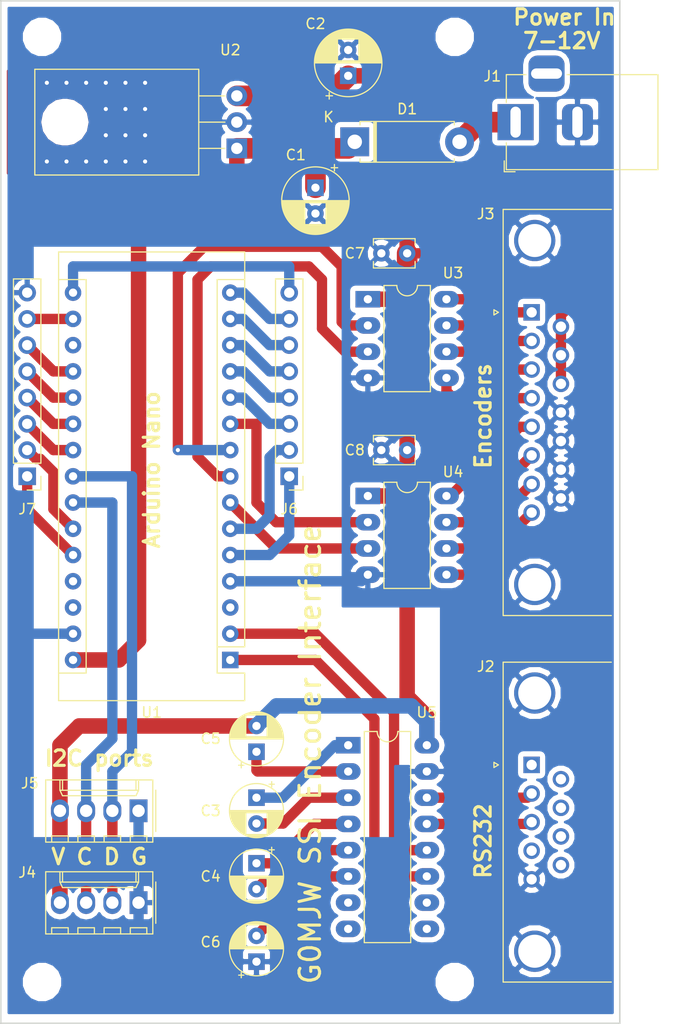
<source format=kicad_pcb>
(kicad_pcb (version 20171130) (host pcbnew "(5.0.0)")
  (layers (0 F.Cu signal) (31 B.Cu signal) (34 B.Paste user) (35 F.Paste user) (36 B.SilkS user) (37 F.SilkS user) (38 B.Mask user) (39 F.Mask user) (44 Edge.Cuts user))
  (net 0 "")
  (net 1 GND)
  (net 2 "Net-(C1-Pad1)")
  (net 3 +5V)
  (net 4 "Net-(C3-Pad1)")
  (net 5 "Net-(C3-Pad2)")
  (net 6 "Net-(C4-Pad2)")
  (net 7 "Net-(C4-Pad1)")
  (net 8 "Net-(C5-Pad1)")
  (net 9 "Net-(C6-Pad2)")
  (net 10 "Net-(D1-Pad2)")
  (net 11 "Net-(J2-Pad1)")
  (net 12 "Net-(J2-Pad2)")
  (net 13 "Net-(J2-Pad3)")
  (net 14 "Net-(J2-Pad4)")
  (net 15 "Net-(J2-Pad6)")
  (net 16 "Net-(J2-Pad7)")
  (net 17 "Net-(J2-Pad8)")
  (net 18 "Net-(J2-Pad9)")
  (net 19 "Net-(J3-Pad3)")
  (net 20 "Net-(J3-Pad6)")
  (net 21 "Net-(J3-Pad7)")
  (net 22 "Net-(J3-Pad8)")
  (net 23 "Net-(J4-Pad3)")
  (net 24 "Net-(U1-Pad1)")
  (net 25 "Net-(U1-Pad2)")
  (net 26 "Net-(U1-Pad18)")
  (net 27 "Net-(U1-Pad3)")
  (net 28 "Net-(U1-Pad7)")
  (net 29 "Net-(U1-Pad8)")
  (net 30 "Net-(U1-Pad9)")
  (net 31 "Net-(U1-Pad10)")
  (net 32 "Net-(U1-Pad27)")
  (net 33 "Net-(U1-Pad28)")
  (net 34 "Net-(U5-Pad9)")
  (net 35 "Net-(U5-Pad10)")
  (net 36 "Net-(U5-Pad7)")
  (net 37 "Net-(U5-Pad8)")
  (net 38 "Net-(J3-Pad1)")
  (net 39 "Net-(J3-Pad2)")
  (net 40 "Net-(J3-Pad4)")
  (net 41 "Net-(J3-Pad5)")
  (net 42 "Net-(J4-Pad2)")
  (net 43 "Net-(J6-Pad8)")
  (net 44 "Net-(J6-Pad7)")
  (net 45 "Net-(J6-Pad6)")
  (net 46 "Net-(J6-Pad5)")
  (net 47 "Net-(J6-Pad4)")
  (net 48 "Net-(J6-Pad3)")
  (net 49 "Net-(J6-Pad2)")
  (net 50 "Net-(J6-Pad1)")
  (net 51 "Net-(J7-Pad1)")
  (net 52 "Net-(J7-Pad2)")
  (net 53 "Net-(J7-Pad3)")
  (net 54 "Net-(J7-Pad4)")
  (net 55 "Net-(J7-Pad5)")
  (net 56 "Net-(J7-Pad6)")
  (net 57 "Net-(J7-Pad7)")
  (module MountingHole:MountingHole_2.7mm_M2.5 (layer F.Cu) (at 204 115)
    (fp_text reference REF** hide)
    (fp_text value MountingHole_2.7mm_M2.5)
    (pad 1 np_thru_hole circle (at 0 0) (size 2.7 2.7) (drill 2.7) (layers *.Cu *.Mask))
  )
  (module MountingHole:MountingHole_2.7mm_M2.5 (layer F.Cu) (at 204 23.495)
    (fp_text reference REF** hide)
    (fp_text value MountingHole_2.7mm_M2.5)
    (pad 1 np_thru_hole circle (at 0 0) (size 2.7 2.7) (drill 2.7) (layers *.Cu *.Mask))
  )
  (module MountingHole:MountingHole_2.7mm_M2.5 (layer F.Cu) (at 164 115)
    (fp_text reference REF** hide)
    (fp_text value MountingHole_2.7mm_M2.5)
    (pad 1 np_thru_hole circle (at 0 0) (size 2.7 2.7) (drill 2.7) (layers *.Cu *.Mask))
  )
  (module MountingHole:MountingHole_2.7mm_M2.5 (layer F.Cu) (at 164 23.495)
    (fp_text reference REF** hide)
    (fp_text value MountingHole_2.7mm_M2.5)
    (pad 1 np_thru_hole circle (at 0 0) (size 2.7 2.7) (drill 2.7) (layers *.Cu *.Mask))
  )
  (module Diode_THT:D_5W_P10.16mm_Horizontal (layer F.Cu) (at 194.31 33.655)
    (fp_text reference D1 (at 5.08 -3.175) (layer F.SilkS))
    (fp_text value 1N4001)
    (fp_text user K (at -2.54 -2.4) (layer F.SilkS))
    (pad 1 thru_hole rect (at 0 0) (size 2.8 2.8) (drill 1.4) (layers *.Cu *.Mask) (net 2 "Net-(C1-Pad1)"))
    (pad 2 thru_hole oval (at 10.16 0) (size 2.8 2.8) (drill 1.4) (layers *.Cu *.Mask) (net 10 "Net-(D1-Pad2)"))
  )
  (module Capacitor_THT:CP_Radial_D6.3mm_P2.50mm (layer F.Cu) (at 190.5 38.1 270)
    (fp_text reference C1 (at -3.175 1.905) (layer F.SilkS))
    (fp_text value 10uF)
    (pad 2 thru_hole circle (at 2.5 0 270) (size 1.6 1.6) (drill 0.8) (layers *.Cu *.Mask) (net 1 GND))
    (pad 1 thru_hole rect (at 0 0 270) (size 1.6 1.6) (drill 0.8) (layers *.Cu *.Mask) (net 2 "Net-(C1-Pad1)"))
  )
  (module Capacitor_THT:CP_Radial_D6.3mm_P2.50mm (layer F.Cu) (at 193.675 27.265 90)
    (fp_text reference C2 (at 5.04 -3.175 180) (layer F.SilkS))
    (fp_text value 10uF)
    (pad 1 thru_hole rect (at 0 0 90) (size 1.6 1.6) (drill 0.8) (layers *.Cu *.Mask) (net 3 +5V))
    (pad 2 thru_hole circle (at 2.5 0 90) (size 1.6 1.6) (drill 0.8) (layers *.Cu *.Mask) (net 1 GND))
  )
  (module Capacitor_THT:CP_Radial_D5.0mm_P2.50mm (layer F.Cu) (at 184.785 97.155 270)
    (fp_text reference C3 (at 1.27 4.445) (layer F.SilkS))
    (fp_text value 10uF)
    (pad 1 thru_hole rect (at 0 0 270) (size 1.6 1.6) (drill 0.8) (layers *.Cu *.Mask) (net 4 "Net-(C3-Pad1)"))
    (pad 2 thru_hole circle (at 2.5 0 270) (size 1.6 1.6) (drill 0.8) (layers *.Cu *.Mask) (net 5 "Net-(C3-Pad2)"))
  )
  (module Capacitor_THT:CP_Radial_D5.0mm_P2.50mm (layer F.Cu) (at 184.785 103.505 270)
    (fp_text reference C4 (at 1.27 4.445) (layer F.SilkS))
    (fp_text value 10uF)
    (pad 2 thru_hole circle (at 2.5 0 270) (size 1.6 1.6) (drill 0.8) (layers *.Cu *.Mask) (net 6 "Net-(C4-Pad2)"))
    (pad 1 thru_hole rect (at 0 0 270) (size 1.6 1.6) (drill 0.8) (layers *.Cu *.Mask) (net 7 "Net-(C4-Pad1)"))
  )
  (module Capacitor_THT:CP_Radial_D5.0mm_P2.50mm (layer F.Cu) (at 184.785 92.71 90)
    (fp_text reference C5 (at 1.27 -4.445 180) (layer F.SilkS))
    (fp_text value 10uF)
    (pad 2 thru_hole circle (at 2.5 0 90) (size 1.6 1.6) (drill 0.8) (layers *.Cu *.Mask) (net 3 +5V))
    (pad 1 thru_hole rect (at 0 0 90) (size 1.6 1.6) (drill 0.8) (layers *.Cu *.Mask) (net 8 "Net-(C5-Pad1)"))
  )
  (module Capacitor_THT:CP_Radial_D5.0mm_P2.50mm (layer F.Cu) (at 184.785 113.03 90)
    (fp_text reference C6 (at 1.905 -4.445 180) (layer F.SilkS))
    (fp_text value 10uF)
    (pad 1 thru_hole rect (at 0 0 90) (size 1.6 1.6) (drill 0.8) (layers *.Cu *.Mask) (net 1 GND))
    (pad 2 thru_hole circle (at 2.5 0 90) (size 1.6 1.6) (drill 0.8) (layers *.Cu *.Mask) (net 9 "Net-(C6-Pad2)"))
  )
  (module Capacitor_THT:C_Disc_D3.8mm_W2.6mm_P2.50mm (layer F.Cu) (at 199.39 44.45 180)
    (fp_text reference C7 (at 5.08 0 180) (layer F.SilkS))
    (fp_text value 100n)
    (pad 1 thru_hole circle (at 0 0 180) (size 1.6 1.6) (drill 0.8) (layers *.Cu *.Mask) (net 3 +5V))
    (pad 2 thru_hole circle (at 2.5 0 180) (size 1.6 1.6) (drill 0.8) (layers *.Cu *.Mask) (net 1 GND))
  )
  (module Capacitor_THT:C_Disc_D3.8mm_W2.6mm_P2.50mm (layer F.Cu) (at 199.39 63.5 180)
    (fp_text reference C8 (at 5.08 0 180) (layer F.SilkS))
    (fp_text value 100nF)
    (pad 2 thru_hole circle (at 2.5 0 180) (size 1.6 1.6) (drill 0.8) (layers *.Cu *.Mask) (net 1 GND))
    (pad 1 thru_hole circle (at 0 0 180) (size 1.6 1.6) (drill 0.8) (layers *.Cu *.Mask) (net 3 +5V))
  )
  (module Connector_BarrelJack:BarrelJack_Horizontal (layer F.Cu) (at 209.9 31.75 180)
    (fp_text reference J1 (at 2.255 4.445 180) (layer F.SilkS))
    (fp_text value Conn_Coaxial_Power)
    (pad 1 thru_hole rect (at 0 0 180) (size 3.5 3.5) (drill oval 1 3) (layers *.Cu *.Mask) (net 10 "Net-(D1-Pad2)"))
    (pad 2 thru_hole roundrect (at -6 0 180) (size 3 3.5) (drill oval 1 3) (layers *.Cu *.Mask) (net 1 GND))
    (pad 3 thru_hole roundrect (at -3 4.7 180) (size 3.5 3.5) (drill oval 3 1) (layers *.Cu *.Mask))
  )
  (module Connector_Dsub:DSUB-9_Female_Horizontal_P2.77x2.84mm_EdgePinOffset4.94mm_Housed_MountingHolesOffset7.48mm (layer F.Cu) (at 211.455 93.98 90)
    (fp_text reference J2 (at 9.525 -4.445 180) (layer F.SilkS))
    (fp_text value DB9_Female_MountingHoles)
    (pad 1 thru_hole rect (at 0 0 90) (size 1.6 1.6) (drill 1) (layers *.Cu *.Mask) (net 11 "Net-(J2-Pad1)"))
    (pad 2 thru_hole circle (at -2.77 0 90) (size 1.6 1.6) (drill 1) (layers *.Cu *.Mask) (net 12 "Net-(J2-Pad2)"))
    (pad 3 thru_hole circle (at -5.54 0 90) (size 1.6 1.6) (drill 1) (layers *.Cu *.Mask) (net 13 "Net-(J2-Pad3)"))
    (pad 4 thru_hole circle (at -8.31 0 90) (size 1.6 1.6) (drill 1) (layers *.Cu *.Mask) (net 14 "Net-(J2-Pad4)"))
    (pad 5 thru_hole circle (at -11.08 0 90) (size 1.6 1.6) (drill 1) (layers *.Cu *.Mask) (net 1 GND))
    (pad 6 thru_hole circle (at -1.385 2.84 90) (size 1.6 1.6) (drill 1) (layers *.Cu *.Mask) (net 15 "Net-(J2-Pad6)"))
    (pad 7 thru_hole circle (at -4.155 2.84 90) (size 1.6 1.6) (drill 1) (layers *.Cu *.Mask) (net 16 "Net-(J2-Pad7)"))
    (pad 8 thru_hole circle (at -6.925 2.84 90) (size 1.6 1.6) (drill 1) (layers *.Cu *.Mask) (net 17 "Net-(J2-Pad8)"))
    (pad 9 thru_hole circle (at -9.695 2.84 90) (size 1.6 1.6) (drill 1) (layers *.Cu *.Mask) (net 18 "Net-(J2-Pad9)"))
    (pad 0 thru_hole circle (at -18.04 0.3 90) (size 4 4) (drill 3.2) (layers *.Cu *.Mask) (net 1 GND))
    (pad 0 thru_hole circle (at 6.96 0.3 90) (size 4 4) (drill 3.2) (layers *.Cu *.Mask) (net 1 GND))
  )
  (module Connector_Molex:Molex_KK-254_AE-6410-04A_1x04_P2.54mm_Vertical (layer F.Cu) (at 173.355 98.425 180)
    (fp_text reference J5 (at 10.541 2.667 180) (layer F.SilkS))
    (fp_text value Conn_01x04_Male)
    (pad 1 thru_hole rect (at 0 0 180) (size 1.74 2.2) (drill 1.2) (layers *.Cu *.Mask) (net 1 GND))
    (pad 2 thru_hole oval (at 2.54 0 180) (size 1.74 2.2) (drill 1.2) (layers *.Cu *.Mask) (net 42 "Net-(J4-Pad2)"))
    (pad 3 thru_hole oval (at 5.08 0 180) (size 1.74 2.2) (drill 1.2) (layers *.Cu *.Mask) (net 23 "Net-(J4-Pad3)"))
    (pad 4 thru_hole oval (at 7.62 0 180) (size 1.74 2.2) (drill 1.2) (layers *.Cu *.Mask) (net 3 +5V))
  )
  (module Module:Arduino_Nano (layer F.Cu) (at 182.245 83.82 180)
    (fp_text reference U1 (at 7.62 -5.08 180) (layer F.SilkS))
    (fp_text value Arduino_Nano_v3.x)
    (pad 1 thru_hole rect (at 0 0 180) (size 1.6 1.6) (drill 0.8) (layers *.Cu *.Mask) (net 24 "Net-(U1-Pad1)"))
    (pad 17 thru_hole oval (at 15.24 33.02 180) (size 1.6 1.6) (drill 0.8) (layers *.Cu *.Mask) (net 57 "Net-(J7-Pad7)"))
    (pad 2 thru_hole oval (at 0 2.54 180) (size 1.6 1.6) (drill 0.8) (layers *.Cu *.Mask) (net 25 "Net-(U1-Pad2)"))
    (pad 18 thru_hole oval (at 15.24 30.48 180) (size 1.6 1.6) (drill 0.8) (layers *.Cu *.Mask) (net 26 "Net-(U1-Pad18)"))
    (pad 3 thru_hole oval (at 0 5.08 180) (size 1.6 1.6) (drill 0.8) (layers *.Cu *.Mask) (net 27 "Net-(U1-Pad3)"))
    (pad 19 thru_hole oval (at 15.24 27.94 180) (size 1.6 1.6) (drill 0.8) (layers *.Cu *.Mask) (net 56 "Net-(J7-Pad6)"))
    (pad 4 thru_hole oval (at 0 7.62 180) (size 1.6 1.6) (drill 0.8) (layers *.Cu *.Mask) (net 1 GND))
    (pad 20 thru_hole oval (at 15.24 25.4 180) (size 1.6 1.6) (drill 0.8) (layers *.Cu *.Mask) (net 55 "Net-(J7-Pad5)"))
    (pad 5 thru_hole oval (at 0 10.16 180) (size 1.6 1.6) (drill 0.8) (layers *.Cu *.Mask) (net 50 "Net-(J6-Pad1)"))
    (pad 21 thru_hole oval (at 15.24 22.86 180) (size 1.6 1.6) (drill 0.8) (layers *.Cu *.Mask) (net 54 "Net-(J7-Pad4)"))
    (pad 6 thru_hole oval (at 0 12.7 180) (size 1.6 1.6) (drill 0.8) (layers *.Cu *.Mask) (net 49 "Net-(J6-Pad2)"))
    (pad 22 thru_hole oval (at 15.24 20.32 180) (size 1.6 1.6) (drill 0.8) (layers *.Cu *.Mask) (net 53 "Net-(J7-Pad3)"))
    (pad 7 thru_hole oval (at 0 15.24 180) (size 1.6 1.6) (drill 0.8) (layers *.Cu *.Mask) (net 28 "Net-(U1-Pad7)"))
    (pad 23 thru_hole oval (at 15.24 17.78 180) (size 1.6 1.6) (drill 0.8) (layers *.Cu *.Mask) (net 42 "Net-(J4-Pad2)"))
    (pad 8 thru_hole oval (at 0 17.78 180) (size 1.6 1.6) (drill 0.8) (layers *.Cu *.Mask) (net 29 "Net-(U1-Pad8)"))
    (pad 24 thru_hole oval (at 15.24 15.24 180) (size 1.6 1.6) (drill 0.8) (layers *.Cu *.Mask) (net 23 "Net-(J4-Pad3)"))
    (pad 9 thru_hole oval (at 0 20.32 180) (size 1.6 1.6) (drill 0.8) (layers *.Cu *.Mask) (net 30 "Net-(U1-Pad9)"))
    (pad 25 thru_hole oval (at 15.24 12.7 180) (size 1.6 1.6) (drill 0.8) (layers *.Cu *.Mask) (net 52 "Net-(J7-Pad2)"))
    (pad 10 thru_hole oval (at 0 22.86 180) (size 1.6 1.6) (drill 0.8) (layers *.Cu *.Mask) (net 31 "Net-(U1-Pad10)"))
    (pad 26 thru_hole oval (at 15.24 10.16 180) (size 1.6 1.6) (drill 0.8) (layers *.Cu *.Mask) (net 51 "Net-(J7-Pad1)"))
    (pad 11 thru_hole oval (at 0 25.4 180) (size 1.6 1.6) (drill 0.8) (layers *.Cu *.Mask) (net 48 "Net-(J6-Pad3)"))
    (pad 27 thru_hole oval (at 15.24 7.62 180) (size 1.6 1.6) (drill 0.8) (layers *.Cu *.Mask) (net 32 "Net-(U1-Pad27)"))
    (pad 12 thru_hole oval (at 0 27.94 180) (size 1.6 1.6) (drill 0.8) (layers *.Cu *.Mask) (net 47 "Net-(J6-Pad4)"))
    (pad 28 thru_hole oval (at 15.24 5.08 180) (size 1.6 1.6) (drill 0.8) (layers *.Cu *.Mask) (net 33 "Net-(U1-Pad28)"))
    (pad 13 thru_hole oval (at 0 30.48 180) (size 1.6 1.6) (drill 0.8) (layers *.Cu *.Mask) (net 46 "Net-(J6-Pad5)"))
    (pad 29 thru_hole oval (at 15.24 2.54 180) (size 1.6 1.6) (drill 0.8) (layers *.Cu *.Mask) (net 1 GND))
    (pad 14 thru_hole oval (at 0 33.02 180) (size 1.6 1.6) (drill 0.8) (layers *.Cu *.Mask) (net 45 "Net-(J6-Pad6)"))
    (pad 30 thru_hole oval (at 15.24 0 180) (size 1.6 1.6) (drill 0.8) (layers *.Cu *.Mask) (net 2 "Net-(C1-Pad1)"))
    (pad 15 thru_hole oval (at 0 35.56 180) (size 1.6 1.6) (drill 0.8) (layers *.Cu *.Mask) (net 44 "Net-(J6-Pad7)"))
    (pad 16 thru_hole oval (at 15.24 35.56 180) (size 1.6 1.6) (drill 0.8) (layers *.Cu *.Mask) (net 43 "Net-(J6-Pad8)"))
  )
  (module Package_DIP:DIP-8_W7.62mm_LongPads (layer F.Cu) (at 195.58 48.895)
    (fp_text reference U3 (at 8.255 -2.54) (layer F.SilkS))
    (fp_text value SN75179B)
    (pad 8 thru_hole oval (at 7.62 0) (size 2.4 1.6) (drill 0.8) (layers *.Cu *.Mask) (net 38 "Net-(J3-Pad1)"))
    (pad 4 thru_hole oval (at 0 7.62) (size 2.4 1.6) (drill 0.8) (layers *.Cu *.Mask) (net 1 GND))
    (pad 7 thru_hole oval (at 7.62 2.54) (size 2.4 1.6) (drill 0.8) (layers *.Cu *.Mask) (net 39 "Net-(J3-Pad2)"))
    (pad 3 thru_hole oval (at 0 5.08) (size 2.4 1.6) (drill 0.8) (layers *.Cu *.Mask) (net 29 "Net-(U1-Pad8)"))
    (pad 6 thru_hole oval (at 7.62 5.08) (size 2.4 1.6) (drill 0.8) (layers *.Cu *.Mask) (net 19 "Net-(J3-Pad3)"))
    (pad 2 thru_hole oval (at 0 2.54) (size 2.4 1.6) (drill 0.8) (layers *.Cu *.Mask) (net 30 "Net-(U1-Pad9)"))
    (pad 5 thru_hole oval (at 7.62 7.62) (size 2.4 1.6) (drill 0.8) (layers *.Cu *.Mask) (net 40 "Net-(J3-Pad4)"))
    (pad 1 thru_hole rect (at 0 0) (size 2.4 1.6) (drill 0.8) (layers *.Cu *.Mask) (net 3 +5V))
  )
  (module Package_DIP:DIP-8_W7.62mm_LongPads (layer F.Cu) (at 195.58 67.945)
    (fp_text reference U4 (at 8.255 -2.33) (layer F.SilkS))
    (fp_text value SN75179B)
    (pad 1 thru_hole rect (at 0 0) (size 2.4 1.6) (drill 0.8) (layers *.Cu *.Mask) (net 3 +5V))
    (pad 5 thru_hole oval (at 7.62 7.62) (size 2.4 1.6) (drill 0.8) (layers *.Cu *.Mask) (net 22 "Net-(J3-Pad8)"))
    (pad 2 thru_hole oval (at 0 2.54) (size 2.4 1.6) (drill 0.8) (layers *.Cu *.Mask) (net 31 "Net-(U1-Pad10)"))
    (pad 6 thru_hole oval (at 7.62 5.08) (size 2.4 1.6) (drill 0.8) (layers *.Cu *.Mask) (net 21 "Net-(J3-Pad7)"))
    (pad 3 thru_hole oval (at 0 5.08) (size 2.4 1.6) (drill 0.8) (layers *.Cu *.Mask) (net 28 "Net-(U1-Pad7)"))
    (pad 7 thru_hole oval (at 7.62 2.54) (size 2.4 1.6) (drill 0.8) (layers *.Cu *.Mask) (net 20 "Net-(J3-Pad6)"))
    (pad 4 thru_hole oval (at 0 7.62) (size 2.4 1.6) (drill 0.8) (layers *.Cu *.Mask) (net 1 GND))
    (pad 8 thru_hole oval (at 7.62 0) (size 2.4 1.6) (drill 0.8) (layers *.Cu *.Mask) (net 41 "Net-(J3-Pad5)"))
  )
  (module Package_DIP:DIP-16_W7.62mm_LongPads (layer F.Cu) (at 193.675 92.075)
    (fp_text reference U5 (at 7.62 -3.175) (layer F.SilkS))
    (fp_text value MAX232)
    (pad 1 thru_hole rect (at 0 0) (size 2.4 1.6) (drill 0.8) (layers *.Cu *.Mask) (net 4 "Net-(C3-Pad1)"))
    (pad 9 thru_hole oval (at 7.62 17.78) (size 2.4 1.6) (drill 0.8) (layers *.Cu *.Mask) (net 34 "Net-(U5-Pad9)"))
    (pad 2 thru_hole oval (at 0 2.54) (size 2.4 1.6) (drill 0.8) (layers *.Cu *.Mask) (net 8 "Net-(C5-Pad1)"))
    (pad 10 thru_hole oval (at 7.62 15.24) (size 2.4 1.6) (drill 0.8) (layers *.Cu *.Mask) (net 35 "Net-(U5-Pad10)"))
    (pad 3 thru_hole oval (at 0 5.08) (size 2.4 1.6) (drill 0.8) (layers *.Cu *.Mask) (net 5 "Net-(C3-Pad2)"))
    (pad 11 thru_hole oval (at 7.62 12.7) (size 2.4 1.6) (drill 0.8) (layers *.Cu *.Mask) (net 24 "Net-(U1-Pad1)"))
    (pad 4 thru_hole oval (at 0 7.62) (size 2.4 1.6) (drill 0.8) (layers *.Cu *.Mask) (net 7 "Net-(C4-Pad1)"))
    (pad 12 thru_hole oval (at 7.62 10.16) (size 2.4 1.6) (drill 0.8) (layers *.Cu *.Mask) (net 25 "Net-(U1-Pad2)"))
    (pad 5 thru_hole oval (at 0 10.16) (size 2.4 1.6) (drill 0.8) (layers *.Cu *.Mask) (net 6 "Net-(C4-Pad2)"))
    (pad 13 thru_hole oval (at 7.62 7.62) (size 2.4 1.6) (drill 0.8) (layers *.Cu *.Mask) (net 13 "Net-(J2-Pad3)"))
    (pad 6 thru_hole oval (at 0 12.7) (size 2.4 1.6) (drill 0.8) (layers *.Cu *.Mask) (net 9 "Net-(C6-Pad2)"))
    (pad 14 thru_hole oval (at 7.62 5.08) (size 2.4 1.6) (drill 0.8) (layers *.Cu *.Mask) (net 12 "Net-(J2-Pad2)"))
    (pad 7 thru_hole oval (at 0 15.24) (size 2.4 1.6) (drill 0.8) (layers *.Cu *.Mask) (net 36 "Net-(U5-Pad7)"))
    (pad 15 thru_hole oval (at 7.62 2.54) (size 2.4 1.6) (drill 0.8) (layers *.Cu *.Mask) (net 1 GND))
    (pad 8 thru_hole oval (at 0 17.78) (size 2.4 1.6) (drill 0.8) (layers *.Cu *.Mask) (net 37 "Net-(U5-Pad8)"))
    (pad 16 thru_hole oval (at 7.62 0) (size 2.4 1.6) (drill 0.8) (layers *.Cu *.Mask) (net 3 +5V))
  )
  (module Connector_Dsub:DSUB-15_Female_Horizontal_P2.77x2.84mm_EdgePinOffset4.94mm_Housed_MountingHolesOffset7.48mm (layer F.Cu) (at 211.455 50.165 90)
    (fp_text reference J3 (at 9.525 -4.445 180) (layer F.SilkS))
    (fp_text value DB15_Female_MountingHoles)
    (pad 1 thru_hole rect (at 0 0 90) (size 1.6 1.6) (drill 1) (layers *.Cu *.Mask) (net 38 "Net-(J3-Pad1)"))
    (pad 2 thru_hole circle (at -2.77 0 90) (size 1.6 1.6) (drill 1) (layers *.Cu *.Mask) (net 39 "Net-(J3-Pad2)"))
    (pad 3 thru_hole circle (at -5.54 0 90) (size 1.6 1.6) (drill 1) (layers *.Cu *.Mask) (net 19 "Net-(J3-Pad3)"))
    (pad 4 thru_hole circle (at -8.31 0 90) (size 1.6 1.6) (drill 1) (layers *.Cu *.Mask) (net 40 "Net-(J3-Pad4)"))
    (pad 5 thru_hole circle (at -11.08 0 90) (size 1.6 1.6) (drill 1) (layers *.Cu *.Mask) (net 41 "Net-(J3-Pad5)"))
    (pad 6 thru_hole circle (at -13.85 0 90) (size 1.6 1.6) (drill 1) (layers *.Cu *.Mask) (net 20 "Net-(J3-Pad6)"))
    (pad 7 thru_hole circle (at -16.62 0 90) (size 1.6 1.6) (drill 1) (layers *.Cu *.Mask) (net 21 "Net-(J3-Pad7)"))
    (pad 8 thru_hole circle (at -19.39 0 90) (size 1.6 1.6) (drill 1) (layers *.Cu *.Mask) (net 22 "Net-(J3-Pad8)"))
    (pad 9 thru_hole circle (at -1.385 2.84 90) (size 1.6 1.6) (drill 1) (layers *.Cu *.Mask) (net 3 +5V))
    (pad 10 thru_hole circle (at -4.155 2.84 90) (size 1.6 1.6) (drill 1) (layers *.Cu *.Mask) (net 3 +5V))
    (pad 11 thru_hole circle (at -6.925 2.84 90) (size 1.6 1.6) (drill 1) (layers *.Cu *.Mask) (net 3 +5V))
    (pad 12 thru_hole circle (at -9.695 2.84 90) (size 1.6 1.6) (drill 1) (layers *.Cu *.Mask) (net 1 GND))
    (pad 13 thru_hole circle (at -12.465 2.84 90) (size 1.6 1.6) (drill 1) (layers *.Cu *.Mask) (net 1 GND))
    (pad 14 thru_hole circle (at -15.235 2.84 90) (size 1.6 1.6) (drill 1) (layers *.Cu *.Mask) (net 1 GND))
    (pad 15 thru_hole circle (at -18.005 2.84 90) (size 1.6 1.6) (drill 1) (layers *.Cu *.Mask) (net 1 GND))
    (pad 0 thru_hole circle (at -26.345 0.3 90) (size 4 4) (drill 3.2) (layers *.Cu *.Mask) (net 1 GND))
    (pad 0 thru_hole circle (at 6.955 0.3 90) (size 4 4) (drill 3.2) (layers *.Cu *.Mask) (net 1 GND))
  )
  (module Connector_Molex:Molex_KK-254_AE-6410-04A_1x04_P2.54mm_Vertical (layer F.Cu) (at 173.355 107.315 180)
    (fp_text reference J4 (at 10.795 2.921 180) (layer F.SilkS))
    (fp_text value Conn_01x04_Male)
    (pad 1 thru_hole rect (at 0 0 180) (size 1.74 2.2) (drill 1.2) (layers *.Cu *.Mask) (net 1 GND))
    (pad 2 thru_hole oval (at 2.54 0 180) (size 1.74 2.2) (drill 1.2) (layers *.Cu *.Mask) (net 42 "Net-(J4-Pad2)"))
    (pad 3 thru_hole oval (at 5.08 0 180) (size 1.74 2.2) (drill 1.2) (layers *.Cu *.Mask) (net 23 "Net-(J4-Pad3)"))
    (pad 4 thru_hole oval (at 7.62 0 180) (size 1.74 2.2) (drill 1.2) (layers *.Cu *.Mask) (net 3 +5V))
  )
  (module Package_TO_SOT_THT:TO-220-3_Horizontal_TabDown (layer F.Cu) (at 182.88 34.29 90)
    (fp_text reference U2 (at 9.525 -0.635 180) (layer F.SilkS))
    (fp_text value LM7805_TO220)
    (pad "" np_thru_hole oval (at 2.54 -16.66 90) (size 3.5 3.5) (drill 3.5) (layers *.Cu *.Mask))
    (pad 1 thru_hole rect (at 0 0 90) (size 1.905 2) (drill 1.1) (layers *.Cu *.Mask) (net 2 "Net-(C1-Pad1)"))
    (pad 2 thru_hole oval (at 2.54 0 90) (size 1.905 2) (drill 1.1) (layers *.Cu *.Mask) (net 1 GND))
    (pad 3 thru_hole oval (at 5.08 0 90) (size 1.905 2) (drill 1.1) (layers *.Cu *.Mask) (net 3 +5V))
  )
  (module Connector_PinHeader_2.54mm:PinHeader_1x08_P2.54mm_Vertical (layer F.Cu) (at 187.96 66.04 180)
    (fp_text reference J6 (at 0 -3.175 180) (layer F.SilkS))
    (fp_text value Conn_01x08_Male)
    (pad 8 thru_hole oval (at 0 17.78 180) (size 1.7 1.7) (drill 1) (layers *.Cu *.Mask) (net 43 "Net-(J6-Pad8)"))
    (pad 7 thru_hole oval (at 0 15.24 180) (size 1.7 1.7) (drill 1) (layers *.Cu *.Mask) (net 44 "Net-(J6-Pad7)"))
    (pad 6 thru_hole oval (at 0 12.7 180) (size 1.7 1.7) (drill 1) (layers *.Cu *.Mask) (net 45 "Net-(J6-Pad6)"))
    (pad 5 thru_hole oval (at 0 10.16 180) (size 1.7 1.7) (drill 1) (layers *.Cu *.Mask) (net 46 "Net-(J6-Pad5)"))
    (pad 4 thru_hole oval (at 0 7.62 180) (size 1.7 1.7) (drill 1) (layers *.Cu *.Mask) (net 47 "Net-(J6-Pad4)"))
    (pad 3 thru_hole oval (at 0 5.08 180) (size 1.7 1.7) (drill 1) (layers *.Cu *.Mask) (net 48 "Net-(J6-Pad3)"))
    (pad 2 thru_hole oval (at 0 2.54 180) (size 1.7 1.7) (drill 1) (layers *.Cu *.Mask) (net 49 "Net-(J6-Pad2)"))
    (pad 1 thru_hole rect (at 0 0 180) (size 1.7 1.7) (drill 1) (layers *.Cu *.Mask) (net 50 "Net-(J6-Pad1)"))
  )
  (module Connector_PinHeader_2.54mm:PinHeader_1x08_P2.54mm_Vertical (layer F.Cu) (at 162.56 66.04 180)
    (fp_text reference J7 (at 0 -3.175 180) (layer F.SilkS))
    (fp_text value Conn_01x08_Male)
    (pad 1 thru_hole rect (at 0 0 180) (size 1.7 1.7) (drill 1) (layers *.Cu *.Mask) (net 51 "Net-(J7-Pad1)"))
    (pad 2 thru_hole oval (at 0 2.54 180) (size 1.7 1.7) (drill 1) (layers *.Cu *.Mask) (net 52 "Net-(J7-Pad2)"))
    (pad 3 thru_hole oval (at 0 5.08 180) (size 1.7 1.7) (drill 1) (layers *.Cu *.Mask) (net 53 "Net-(J7-Pad3)"))
    (pad 4 thru_hole oval (at 0 7.62 180) (size 1.7 1.7) (drill 1) (layers *.Cu *.Mask) (net 54 "Net-(J7-Pad4)"))
    (pad 5 thru_hole oval (at 0 10.16 180) (size 1.7 1.7) (drill 1) (layers *.Cu *.Mask) (net 55 "Net-(J7-Pad5)"))
    (pad 6 thru_hole oval (at 0 12.7 180) (size 1.7 1.7) (drill 1) (layers *.Cu *.Mask) (net 56 "Net-(J7-Pad6)"))
    (pad 7 thru_hole oval (at 0 15.24 180) (size 1.7 1.7) (drill 1) (layers *.Cu *.Mask) (net 57 "Net-(J7-Pad7)"))
    (pad 8 thru_hole oval (at 0 17.78 180) (size 1.7 1.7) (drill 1) (layers *.Cu *.Mask) (net 1 GND))
  )
  (gr_text "V C D G" (at 169.545 102.87) (layer F.SilkS) (effects (font (size 1.5 1.5) (thickness 0.3))))
  (gr_text "I2C ports" (at 169.545 93.345) (layer F.SilkS) (effects (font (size 1.5 1.5) (thickness 0.3))))
  (gr_text Encoders (at 206.756 60.198 90) (layer F.SilkS) (effects (font (size 1.5 1.5) (thickness 0.3))))
  (gr_text "Arduino Nano" (at 174.625 65.405 90) (layer F.SilkS) (effects (font (size 1.5 1.5) (thickness 0.3))))
  (gr_text RS232 (at 206.756 101.346 90) (layer F.SilkS) (effects (font (size 1.5 1.5) (thickness 0.3))))
  (gr_text "Power In" (at 214.63 21.59) (layer F.SilkS) (effects (font (size 1.5 1.5) (thickness 0.3))))
  (gr_text 7-12V (at 214.376 23.876) (layer F.SilkS) (effects (font (size 1.5 1.5) (thickness 0.3))))
  (gr_text "G0MJW SSI Encoder Interface" (at 189.992 92.964 90) (layer F.SilkS) (effects (font (size 2 2) (thickness 0.3))))
  (gr_line (start 160 20) (end 220 20) (layer Edge.Cuts) (width 0.15))
  (gr_line (start 160 20) (end 160 119) (layer Edge.Cuts) (width 0.15))
  (gr_line (start 220 119) (end 160 119) (layer Edge.Cuts) (width 0.15))
  (gr_line (start 220 20) (end 220 119) (layer Edge.Cuts) (width 0.15))
  (segment (start 161.925 103.505) (end 173.355 103.505) (width 1) (layer B.Cu) (net 1))
  (segment (start 161.925 81.28) (end 161.925 103.505) (width 1) (layer B.Cu) (net 1))
  (segment (start 167.005 81.28) (end 161.925 81.28) (width 1) (layer B.Cu) (net 1))
  (segment (start 173.355 109.855) (end 173.355 103.505) (width 1) (layer B.Cu) (net 1))
  (segment (start 173.355 103.505) (end 173.355 98.425) (width 1) (layer B.Cu) (net 1))
  (segment (start 194.945 76.2) (end 195.58 75.565) (width 1) (layer B.Cu) (net 1))
  (segment (start 182.245 76.2) (end 194.945 76.2) (width 1) (layer B.Cu) (net 1))
  (via (at 164.465 27.94) (size 0.8) (drill 0.4) (layers F.Cu B.Cu) (net 1))
  (via (at 166.37 27.94) (size 0.8) (drill 0.4) (layers F.Cu B.Cu) (net 1))
  (via (at 168.275 27.94) (size 0.8) (drill 0.4) (layers F.Cu B.Cu) (net 1))
  (via (at 170.18 27.94) (size 0.8) (drill 0.4) (layers F.Cu B.Cu) (net 1))
  (via (at 172.085 27.94) (size 0.8) (drill 0.4) (layers F.Cu B.Cu) (net 1))
  (via (at 173.99 27.94) (size 0.8) (drill 0.4) (layers F.Cu B.Cu) (net 1))
  (via (at 164.465 35.56) (size 0.8) (drill 0.4) (layers F.Cu B.Cu) (net 1))
  (via (at 166.37 35.56) (size 0.8) (drill 0.4) (layers F.Cu B.Cu) (net 1))
  (via (at 168.275 35.56) (size 0.8) (drill 0.4) (layers F.Cu B.Cu) (net 1))
  (via (at 170.18 35.56) (size 0.8) (drill 0.4) (layers F.Cu B.Cu) (net 1))
  (via (at 172.085 35.56) (size 0.8) (drill 0.4) (layers F.Cu B.Cu) (net 1))
  (via (at 173.99 35.56) (size 0.8) (drill 0.4) (layers F.Cu B.Cu) (net 1))
  (via (at 173.99 33.02) (size 0.8) (drill 0.4) (layers F.Cu B.Cu) (net 1))
  (via (at 173.99 30.48) (size 0.8) (drill 0.4) (layers F.Cu B.Cu) (net 1))
  (via (at 172.085 30.48) (size 0.8) (drill 0.4) (layers F.Cu B.Cu) (net 1))
  (via (at 172.085 33.02) (size 0.8) (drill 0.4) (layers F.Cu B.Cu) (net 1))
  (via (at 170.18 33.02) (size 0.8) (drill 0.4) (layers F.Cu B.Cu) (net 1))
  (via (at 170.18 30.48) (size 0.8) (drill 0.4) (layers F.Cu B.Cu) (net 1))
  (segment (start 194.31 33.655) (end 193.675 34.29) (width 2) (layer F.Cu) (net 2))
  (segment (start 190.5 38.1) (end 190.5 34.29) (width 2) (layer F.Cu) (net 2))
  (segment (start 193.675 34.29) (end 190.5 34.29) (width 2) (layer F.Cu) (net 2))
  (segment (start 190.5 34.29) (end 182.88 34.29) (width 2) (layer F.Cu) (net 2))
  (segment (start 168.13637 83.82) (end 167.005 83.82) (width 1.5) (layer F.Cu) (net 2))
  (segment (start 171.45 83.82) (end 168.13637 83.82) (width 1.5) (layer F.Cu) (net 2))
  (segment (start 173.355 81.915) (end 171.45 83.82) (width 1.5) (layer F.Cu) (net 2))
  (segment (start 173.355 41.91) (end 173.355 81.915) (width 1.5) (layer F.Cu) (net 2))
  (segment (start 182.88 41.91) (end 173.355 41.91) (width 1.5) (layer F.Cu) (net 2))
  (segment (start 182.88 34.29) (end 182.88 41.91) (width 1.5) (layer F.Cu) (net 2))
  (segment (start 191.73 29.21) (end 193.675 27.265) (width 2) (layer F.Cu) (net 3))
  (segment (start 182.88 29.21) (end 191.73 29.21) (width 2) (layer F.Cu) (net 3))
  (segment (start 199.35 27.265) (end 193.675 27.265) (width 1.5) (layer F.Cu) (net 3))
  (segment (start 199.39 27.305) (end 199.39 44.45) (width 1.5) (layer F.Cu) (net 3))
  (segment (start 199.35 27.265) (end 199.39 27.305) (width 1.5) (layer F.Cu) (net 3))
  (segment (start 195.58 48.895) (end 199.39 48.895) (width 1.5) (layer F.Cu) (net 3))
  (segment (start 199.39 44.45) (end 199.39 48.895) (width 2) (layer F.Cu) (net 3))
  (segment (start 199.39 48.895) (end 199.39 63.5) (width 1.5) (layer F.Cu) (net 3))
  (segment (start 199.39 63.5) (end 199.39 67.945) (width 1.5) (layer F.Cu) (net 3))
  (segment (start 199.39 67.945) (end 195.58 67.945) (width 1.5) (layer F.Cu) (net 3))
  (segment (start 201.295 89.275) (end 201.295 92.075) (width 1.5) (layer F.Cu) (net 3))
  (segment (start 199.39 87.37) (end 201.295 89.275) (width 1.5) (layer F.Cu) (net 3))
  (segment (start 199.39 67.945) (end 199.39 87.37) (width 1.5) (layer F.Cu) (net 3))
  (segment (start 214.295 51.55) (end 214.295 57.09) (width 1) (layer F.Cu) (net 3))
  (segment (start 206.375 44.45) (end 199.39 44.45) (width 1) (layer F.Cu) (net 3))
  (segment (start 214.295 50.41863) (end 214.63 50.08363) (width 1) (layer F.Cu) (net 3))
  (segment (start 214.295 51.55) (end 214.295 50.41863) (width 1) (layer F.Cu) (net 3))
  (segment (start 214.63 50.08363) (end 214.63 49.579998) (width 1) (layer F.Cu) (net 3))
  (segment (start 214.63 49.579998) (end 212.494992 47.44499) (width 1) (layer F.Cu) (net 3))
  (segment (start 212.494992 47.44499) (end 209.36999 47.44499) (width 1) (layer F.Cu) (net 3))
  (segment (start 209.36999 47.44499) (end 206.375 44.45) (width 1) (layer F.Cu) (net 3))
  (segment (start 167.6 90.21) (end 184.785 90.21) (width 1.5) (layer F.Cu) (net 3))
  (segment (start 165.735 98.425) (end 165.735 92.075) (width 1.5) (layer F.Cu) (net 3))
  (segment (start 165.735 92.075) (end 167.6 90.21) (width 1.5) (layer F.Cu) (net 3))
  (segment (start 201.295 89.775) (end 199.785 88.265) (width 1.5) (layer B.Cu) (net 3))
  (segment (start 201.295 92.075) (end 201.295 89.775) (width 1.5) (layer B.Cu) (net 3))
  (segment (start 186.73 88.265) (end 184.785 90.21) (width 1.5) (layer B.Cu) (net 3))
  (segment (start 199.785 88.265) (end 186.73 88.265) (width 1.5) (layer B.Cu) (net 3))
  (segment (start 165.735 98.425) (end 165.735 107.315) (width 1.5) (layer F.Cu) (net 3))
  (segment (start 187.325 97.155) (end 184.785 97.155) (width 1) (layer B.Cu) (net 4))
  (segment (start 193.675 92.075) (end 192.405 92.075) (width 1) (layer B.Cu) (net 4))
  (segment (start 192.405 92.075) (end 187.325 97.155) (width 1) (layer B.Cu) (net 4))
  (segment (start 193.675 97.155) (end 189.865 97.155) (width 1) (layer F.Cu) (net 5))
  (segment (start 187.365 99.655) (end 184.785 99.655) (width 1) (layer F.Cu) (net 5))
  (segment (start 189.865 97.155) (end 187.365 99.655) (width 1) (layer F.Cu) (net 5))
  (segment (start 185.584999 105.205001) (end 186.894999 105.205001) (width 1) (layer F.Cu) (net 6))
  (segment (start 184.785 106.005) (end 185.584999 105.205001) (width 1) (layer F.Cu) (net 6))
  (segment (start 189.865 102.235) (end 193.675 102.235) (width 1) (layer F.Cu) (net 6))
  (segment (start 186.894999 105.205001) (end 189.865 102.235) (width 1) (layer F.Cu) (net 6))
  (segment (start 191.475 99.695) (end 193.675 99.695) (width 1) (layer F.Cu) (net 7))
  (segment (start 190.395 99.695) (end 191.475 99.695) (width 1) (layer F.Cu) (net 7))
  (segment (start 186.585 103.505) (end 190.395 99.695) (width 1) (layer F.Cu) (net 7))
  (segment (start 184.785 103.505) (end 186.585 103.505) (width 1) (layer F.Cu) (net 7))
  (segment (start 184.785 94.51) (end 184.785 92.71) (width 1) (layer F.Cu) (net 8))
  (segment (start 184.89 94.615) (end 184.785 94.51) (width 1) (layer F.Cu) (net 8))
  (segment (start 193.675 94.615) (end 184.89 94.615) (width 1) (layer F.Cu) (net 8))
  (segment (start 185.584999 109.730001) (end 185.584999 109.690001) (width 1) (layer F.Cu) (net 9))
  (segment (start 184.785 110.53) (end 185.584999 109.730001) (width 1) (layer F.Cu) (net 9))
  (segment (start 190.5 104.775) (end 193.675 104.775) (width 1) (layer F.Cu) (net 9))
  (segment (start 185.584999 109.690001) (end 190.5 104.775) (width 1) (layer F.Cu) (net 9))
  (segment (start 206.375 31.75) (end 204.47 33.655) (width 2) (layer F.Cu) (net 10))
  (segment (start 209.9 31.75) (end 206.375 31.75) (width 2) (layer F.Cu) (net 10))
  (segment (start 211.05 97.155) (end 211.455 96.75) (width 0.5) (layer F.Cu) (net 12))
  (segment (start 201.295 97.155) (end 211.05 97.155) (width 1) (layer F.Cu) (net 12))
  (segment (start 211.28 99.695) (end 211.455 99.52) (width 0.5) (layer F.Cu) (net 13))
  (segment (start 201.295 99.695) (end 211.28 99.695) (width 1) (layer F.Cu) (net 13))
  (segment (start 211.455 55.705) (end 207.47 55.705) (width 1) (layer F.Cu) (net 19))
  (segment (start 205.74 53.975) (end 203.2 53.975) (width 1) (layer F.Cu) (net 19))
  (segment (start 207.47 55.705) (end 205.74 53.975) (width 1) (layer F.Cu) (net 19))
  (segment (start 210.655001 64.814999) (end 211.455 64.015) (width 1) (layer F.Cu) (net 20))
  (segment (start 204.985 70.485) (end 210.655001 64.814999) (width 1) (layer F.Cu) (net 20))
  (segment (start 203.2 70.485) (end 204.985 70.485) (width 1) (layer F.Cu) (net 20))
  (segment (start 205.215 73.025) (end 208.28 69.96) (width 1) (layer F.Cu) (net 21))
  (segment (start 203.2 73.025) (end 205.215 73.025) (width 1) (layer F.Cu) (net 21))
  (segment (start 208.28 69.96) (end 211.455 66.785) (width 1) (layer F.Cu) (net 21))
  (segment (start 205.445 75.565) (end 211.455 69.555) (width 1) (layer F.Cu) (net 22))
  (segment (start 203.2 75.565) (end 205.445 75.565) (width 1) (layer F.Cu) (net 22))
  (segment (start 168.275 93.98) (end 168.275 98.425) (width 1) (layer B.Cu) (net 23))
  (segment (start 170.815 91.44) (end 168.275 93.98) (width 1) (layer B.Cu) (net 23))
  (segment (start 167.005 68.58) (end 170.815 68.58) (width 1) (layer B.Cu) (net 23))
  (segment (start 170.815 68.58) (end 170.815 91.44) (width 1) (layer B.Cu) (net 23))
  (segment (start 168.275 98.425) (end 168.275 107.315) (width 1) (layer F.Cu) (net 23))
  (segment (start 201.295 104.775) (end 196.215 104.775) (width 1) (layer F.Cu) (net 24))
  (segment (start 196.215 104.775) (end 196.215 89.535) (width 1) (layer F.Cu) (net 24))
  (segment (start 196.215 89.535) (end 190.5 83.82) (width 1) (layer F.Cu) (net 24))
  (segment (start 190.5 83.82) (end 182.245 83.82) (width 1) (layer F.Cu) (net 24))
  (segment (start 190.5 81.28) (end 182.245 81.28) (width 1) (layer F.Cu) (net 25))
  (segment (start 198.12 88.9) (end 190.5 81.28) (width 1) (layer F.Cu) (net 25))
  (segment (start 201.295 102.235) (end 198.12 102.235) (width 1) (layer F.Cu) (net 25))
  (segment (start 198.12 102.235) (end 198.12 88.9) (width 1) (layer F.Cu) (net 25))
  (segment (start 186.69 73.025) (end 182.245 68.58) (width 1) (layer F.Cu) (net 28))
  (segment (start 195.58 73.025) (end 186.69 73.025) (width 1) (layer F.Cu) (net 28))
  (segment (start 180.975 66.04) (end 182.245 66.04) (width 1) (layer F.Cu) (net 29))
  (segment (start 179.07 64.135) (end 180.975 66.04) (width 1) (layer F.Cu) (net 29))
  (segment (start 193.38 53.975) (end 191.135 51.73) (width 1) (layer F.Cu) (net 29))
  (segment (start 195.58 53.975) (end 193.38 53.975) (width 1) (layer F.Cu) (net 29))
  (segment (start 191.135 51.73) (end 191.135 46.99) (width 1) (layer F.Cu) (net 29))
  (segment (start 191.135 46.99) (end 189.865 45.72) (width 1) (layer F.Cu) (net 29))
  (segment (start 179.07 46.99) (end 179.07 64.135) (width 1) (layer F.Cu) (net 29))
  (segment (start 189.865 45.72) (end 180.34 45.72) (width 1) (layer F.Cu) (net 29))
  (segment (start 180.34 45.72) (end 179.07 46.99) (width 1) (layer F.Cu) (net 29))
  (segment (start 193.38 51.435) (end 193.04 51.095) (width 1) (layer F.Cu) (net 30))
  (segment (start 195.58 51.435) (end 193.38 51.435) (width 1) (layer F.Cu) (net 30))
  (segment (start 193.04 51.095) (end 193.04 45.72) (width 1) (layer F.Cu) (net 30))
  (segment (start 193.04 45.72) (end 191.135 43.815) (width 1) (layer F.Cu) (net 30))
  (segment (start 191.135 43.815) (end 179.705 43.815) (width 1) (layer F.Cu) (net 30))
  (segment (start 179.705 43.815) (end 177.165 46.355) (width 1) (layer F.Cu) (net 30))
  (segment (start 177.165 46.355) (end 177.165 63.5) (width 1) (layer F.Cu) (net 30))
  (segment (start 182.245 63.5) (end 177.165 63.5) (width 1) (layer B.Cu) (net 30))
  (via (at 177.165 63.5) (size 0.8) (drill 0.4) (layers F.Cu B.Cu) (net 30))
  (segment (start 184.785 60.96) (end 182.245 60.96) (width 1) (layer F.Cu) (net 31))
  (segment (start 184.785 68.58) (end 184.785 60.96) (width 1) (layer F.Cu) (net 31))
  (segment (start 195.58 70.485) (end 186.69 70.485) (width 1) (layer F.Cu) (net 31))
  (segment (start 186.69 70.485) (end 184.785 68.58) (width 1) (layer F.Cu) (net 31))
  (segment (start 211.455 50.165) (end 208.28 50.165) (width 1) (layer F.Cu) (net 38))
  (segment (start 207.01 48.895) (end 203.2 48.895) (width 1) (layer F.Cu) (net 38))
  (segment (start 208.28 50.165) (end 207.01 48.895) (width 1) (layer F.Cu) (net 38))
  (segment (start 211.455 52.935) (end 208.51 52.935) (width 1) (layer F.Cu) (net 39))
  (segment (start 207.01 51.435) (end 203.2 51.435) (width 1) (layer F.Cu) (net 39))
  (segment (start 208.51 52.935) (end 207.01 51.435) (width 1) (layer F.Cu) (net 39))
  (segment (start 203.2 57.815) (end 203.2 56.515) (width 1) (layer F.Cu) (net 40))
  (segment (start 203.86 58.475) (end 203.2 57.815) (width 1) (layer F.Cu) (net 40))
  (segment (start 211.455 58.475) (end 203.86 58.475) (width 1) (layer F.Cu) (net 40))
  (segment (start 210.32363 61.245) (end 211.455 61.245) (width 1) (layer F.Cu) (net 41))
  (segment (start 210.3 61.245) (end 210.32363 61.245) (width 0.5) (layer F.Cu) (net 41))
  (segment (start 203.6 67.945) (end 210.3 61.245) (width 1) (layer F.Cu) (net 41))
  (segment (start 203.2 67.945) (end 203.6 67.945) (width 1) (layer F.Cu) (net 41))
  (segment (start 170.815 98.425) (end 170.815 100.525) (width 1) (layer F.Cu) (net 42))
  (segment (start 167.005 66.04) (end 172.72 66.04) (width 1) (layer B.Cu) (net 42))
  (segment (start 170.815 98.425) (end 170.815 94.615) (width 1) (layer B.Cu) (net 42))
  (segment (start 172.72 92.71) (end 172.72 66.04) (width 1) (layer B.Cu) (net 42))
  (segment (start 170.815 94.615) (end 172.72 92.71) (width 1) (layer B.Cu) (net 42))
  (segment (start 170.815 98.425) (end 170.815 107.315) (width 1) (layer F.Cu) (net 42))
  (segment (start 187.96 48.26) (end 187.96 45.72) (width 1) (layer B.Cu) (net 43))
  (segment (start 187.96 45.72) (end 167.005 45.72) (width 1) (layer B.Cu) (net 43))
  (segment (start 167.005 45.72) (end 167.005 48.26) (width 1) (layer B.Cu) (net 43))
  (segment (start 182.245 48.26) (end 183.515 48.26) (width 1) (layer B.Cu) (net 44))
  (segment (start 186.055 50.8) (end 187.96 50.8) (width 1) (layer B.Cu) (net 44))
  (segment (start 183.515 48.26) (end 186.055 50.8) (width 1) (layer B.Cu) (net 44))
  (segment (start 182.245 50.8) (end 183.515 50.8) (width 1) (layer B.Cu) (net 45))
  (segment (start 183.515 50.8) (end 186.055 53.34) (width 1) (layer B.Cu) (net 45))
  (segment (start 186.055 53.34) (end 187.96 53.34) (width 1) (layer B.Cu) (net 45))
  (segment (start 182.245 53.34) (end 183.515 53.34) (width 1) (layer B.Cu) (net 46))
  (segment (start 183.515 53.34) (end 186.055 55.88) (width 1) (layer B.Cu) (net 46))
  (segment (start 186.055 55.88) (end 187.96 55.88) (width 1) (layer B.Cu) (net 46))
  (segment (start 182.245 55.88) (end 183.515 55.88) (width 1) (layer B.Cu) (net 47))
  (segment (start 186.055 58.42) (end 187.96 58.42) (width 1) (layer B.Cu) (net 47))
  (segment (start 183.515 55.88) (end 186.055 58.42) (width 1) (layer B.Cu) (net 47))
  (segment (start 186.055 60.96) (end 187.96 60.96) (width 1) (layer B.Cu) (net 48))
  (segment (start 182.245 58.42) (end 183.515 58.42) (width 1) (layer B.Cu) (net 48))
  (segment (start 183.515 58.42) (end 186.055 60.96) (width 1) (layer B.Cu) (net 48))
  (segment (start 186.757919 63.5) (end 187.96 63.5) (width 1) (layer B.Cu) (net 49))
  (segment (start 186.055 64.202919) (end 186.757919 63.5) (width 1) (layer B.Cu) (net 49))
  (segment (start 186.055 69.85) (end 186.055 64.202919) (width 1) (layer B.Cu) (net 49))
  (segment (start 184.785 71.12) (end 186.055 69.85) (width 1) (layer B.Cu) (net 49))
  (segment (start 182.245 71.12) (end 184.785 71.12) (width 1) (layer B.Cu) (net 49))
  (segment (start 182.245 73.66) (end 186.055 73.66) (width 1) (layer B.Cu) (net 50))
  (segment (start 187.96 71.755) (end 187.96 66.04) (width 1) (layer B.Cu) (net 50))
  (segment (start 186.055 73.66) (end 187.96 71.755) (width 1) (layer B.Cu) (net 50))
  (segment (start 162.56 69.215) (end 162.56 66.04) (width 1) (layer F.Cu) (net 51))
  (segment (start 167.005 73.66) (end 162.56 69.215) (width 1) (layer F.Cu) (net 51))
  (segment (start 167.005 71.12) (end 165.1 69.215) (width 1) (layer F.Cu) (net 52))
  (segment (start 163.409999 64.349999) (end 162.56 63.5) (width 1) (layer F.Cu) (net 52))
  (segment (start 163.830001 64.349999) (end 163.409999 64.349999) (width 1) (layer F.Cu) (net 52))
  (segment (start 165.1 65.619998) (end 163.830001 64.349999) (width 1) (layer F.Cu) (net 52))
  (segment (start 165.1 69.215) (end 165.1 65.619998) (width 1) (layer F.Cu) (net 52))
  (segment (start 165.1 63.5) (end 162.56 60.96) (width 1) (layer F.Cu) (net 53))
  (segment (start 167.005 63.5) (end 165.1 63.5) (width 1) (layer F.Cu) (net 53))
  (segment (start 165.1 60.96) (end 162.56 58.42) (width 1) (layer F.Cu) (net 54))
  (segment (start 167.005 60.96) (end 165.1 60.96) (width 1) (layer F.Cu) (net 54))
  (segment (start 165.1 58.42) (end 162.56 55.88) (width 1) (layer F.Cu) (net 55))
  (segment (start 167.005 58.42) (end 165.1 58.42) (width 1) (layer F.Cu) (net 55))
  (segment (start 165.1 55.88) (end 162.56 53.34) (width 1) (layer F.Cu) (net 56))
  (segment (start 167.005 55.88) (end 165.1 55.88) (width 1) (layer F.Cu) (net 56))
  (segment (start 167.005 50.8) (end 162.56 50.8) (width 1) (layer F.Cu) (net 57))
  (zone (net 1) (net_name GND) (layer B.Cu) (connect_pads (clearance 0.508)) (min_thickness 0.254) (fill yes (arc_segments 16) (thermal_gap 0.508) (thermal_bridge_width 0.508))
    (polygon (pts (xy 219.71 118.11) (xy 160.655 118.11) (xy 160.655 20.32) (xy 219.71 20.32)))
    (polygon (pts (xy 163.195 43.815) (xy 163.195 100.965) (xy 198.12 100.965) (xy 198.12 93.98) (xy 202.565 93.98) (xy 202.565 78.74) (xy 193.04 78.74) (xy 193.04 43.815)))
  )
  (zone (net 1) (net_name GND) (layer F.Cu) (connect_pads yes (clearance 0.508)) (min_thickness 0.254) (fill yes (arc_segments 16) (thermal_gap 0.508) (thermal_bridge_width 0.508))
    (polygon (pts (xy 160.02 26.67) (xy 160.02 36.83) (xy 179.705 36.83) (xy 179.705 26.67)))
  )
)
</source>
